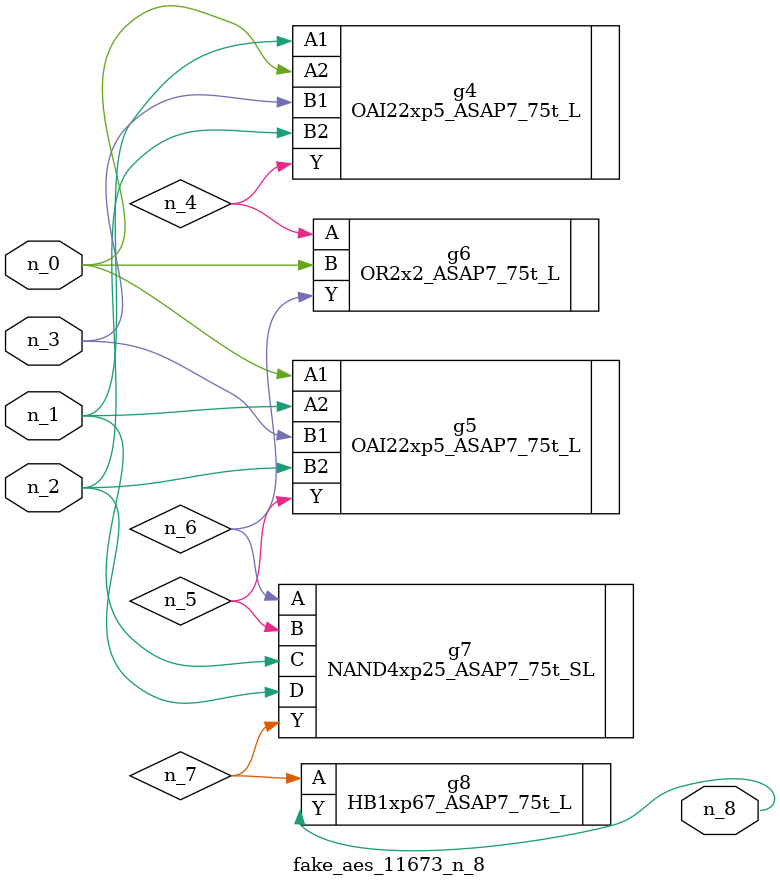
<source format=v>
module fake_aes_11673_n_8 (n_3, n_1, n_2, n_0, n_8);
input n_3;
input n_1;
input n_2;
input n_0;
output n_8;
wire n_6;
wire n_4;
wire n_5;
wire n_7;
OAI22xp5_ASAP7_75t_L g4 ( .A1(n_1), .A2(n_0), .B1(n_3), .B2(n_2), .Y(n_4) );
OAI22xp5_ASAP7_75t_L g5 ( .A1(n_0), .A2(n_1), .B1(n_3), .B2(n_2), .Y(n_5) );
OR2x2_ASAP7_75t_L g6 ( .A(n_4), .B(n_0), .Y(n_6) );
NAND4xp25_ASAP7_75t_SL g7 ( .A(n_6), .B(n_5), .C(n_1), .D(n_2), .Y(n_7) );
HB1xp67_ASAP7_75t_L g8 ( .A(n_7), .Y(n_8) );
endmodule
</source>
